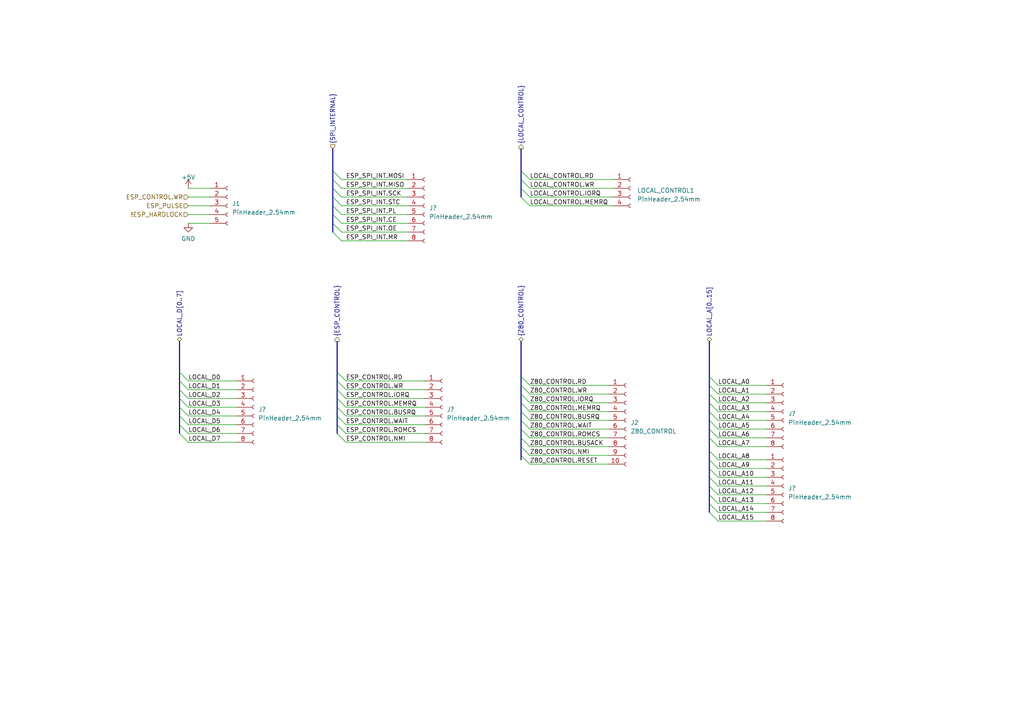
<source format=kicad_sch>
(kicad_sch (version 20230121) (generator eeschema)
  (paper "A4")
  (lib_symbols
    (symbol "Connector:Conn_01x04_Socket" (pin_names (offset 1.016) hide)
      (property "Reference" "J" (at 0 5.08 0))
      (property "Value" "Conn_01x04_Socket" (at 0 -7.62 0))
      (symbol "Conn_01x04_Socket_1_1"
        (arc (start 0 -4.572) (mid -0.5058 -5.08) (end 0 -5.588) (stroke (width 0.1524)))
        (arc (start 0 -2.032) (mid -0.5058 -2.54) (end 0 -3.048) (stroke (width 0.1524)))
        (polyline (pts (xy -1.27 -5.08) (xy -0.508 -5.08)) (stroke (width 0.1524)))
        (polyline (pts (xy -1.27 -2.54) (xy -0.508 -2.54)) (stroke (width 0.1524)))
        (polyline (pts (xy -1.27 0) (xy -0.508 0)) (stroke (width 0.1524)))
        (polyline (pts (xy -1.27 2.54) (xy -0.508 2.54)) (stroke (width 0.1524)))
        (arc (start 0 0.508) (mid -0.5058 0) (end 0 -0.508) (stroke (width 0.1524)))
        (arc (start 0 3.048) (mid -0.5058 2.54) (end 0 2.032) (stroke (width 0.1524)))
        (pin passive line (at -5.08 2.54 0) (length 3.81) (name "Pin_1") (number "1"))
        (pin passive line (at -5.08 0 0) (length 3.81) (name "Pin_2") (number "2"))
        (pin passive line (at -5.08 -2.54 0) (length 3.81) (name "Pin_3") (number "3"))
        (pin passive line (at -5.08 -5.08 0) (length 3.81) (name "Pin_4") (number "4"))
      )
    )
    (symbol "Connector:Conn_01x05_Socket" (pin_names (offset 1.016) hide)
      (property "Reference" "J" (at 0 7.62 0))
      (property "Value" "Conn_01x05_Socket" (at 0 -7.62 0))
      (symbol "Conn_01x05_Socket_1_1"
        (arc (start 0 -4.572) (mid -0.5058 -5.08) (end 0 -5.588) (stroke (width 0.1524)))
        (arc (start 0 -2.032) (mid -0.5058 -2.54) (end 0 -3.048) (stroke (width 0.1524)))
        (polyline (pts (xy -1.27 -5.08) (xy -0.508 -5.08)) (stroke (width 0.1524)))
        (polyline (pts (xy -1.27 -2.54) (xy -0.508 -2.54)) (stroke (width 0.1524)))
        (polyline (pts (xy -1.27 0) (xy -0.508 0)) (stroke (width 0.1524)))
        (polyline (pts (xy -1.27 2.54) (xy -0.508 2.54)) (stroke (width 0.1524)))
        (polyline (pts (xy -1.27 5.08) (xy -0.508 5.08)) (stroke (width 0.1524)))
        (arc (start 0 0.508) (mid -0.5058 0) (end 0 -0.508) (stroke (width 0.1524)))
        (arc (start 0 3.048) (mid -0.5058 2.54) (end 0 2.032) (stroke (width 0.1524)))
        (arc (start 0 5.588) (mid -0.5058 5.08) (end 0 4.572) (stroke (width 0.1524)))
        (pin passive line (at -5.08 5.08 0) (length 3.81) (name "Pin_1") (number "1"))
        (pin passive line (at -5.08 2.54 0) (length 3.81) (name "Pin_2") (number "2"))
        (pin passive line (at -5.08 0 0) (length 3.81) (name "Pin_3") (number "3"))
        (pin passive line (at -5.08 -2.54 0) (length 3.81) (name "Pin_4") (number "4"))
        (pin passive line (at -5.08 -5.08 0) (length 3.81) (name "Pin_5") (number "5"))
      )
    )
    (symbol "Connector:Conn_01x08_Socket" (pin_names (offset 1.016) hide)
      (property "Reference" "J" (at 0 10.16 0))
      (property "Value" "Conn_01x08_Socket" (at 0 -12.7 0))
      (symbol "Conn_01x08_Socket_1_1"
        (arc (start 0 -9.652) (mid -0.5058 -10.16) (end 0 -10.668) (stroke (width 0.1524)))
        (arc (start 0 -7.112) (mid -0.5058 -7.62) (end 0 -8.128) (stroke (width 0.1524)))
        (arc (start 0 -4.572) (mid -0.5058 -5.08) (end 0 -5.588) (stroke (width 0.1524)))
        (arc (start 0 -2.032) (mid -0.5058 -2.54) (end 0 -3.048) (stroke (width 0.1524)))
        (polyline (pts (xy -1.27 -10.16) (xy -0.508 -10.16)) (stroke (width 0.1524)))
        (polyline (pts (xy -1.27 -7.62) (xy -0.508 -7.62)) (stroke (width 0.1524)))
        (polyline (pts (xy -1.27 -5.08) (xy -0.508 -5.08)) (stroke (width 0.1524)))
        (polyline (pts (xy -1.27 -2.54) (xy -0.508 -2.54)) (stroke (width 0.1524)))
        (polyline (pts (xy -1.27 0) (xy -0.508 0)) (stroke (width 0.1524)))
        (polyline (pts (xy -1.27 2.54) (xy -0.508 2.54)) (stroke (width 0.1524)))
        (polyline (pts (xy -1.27 5.08) (xy -0.508 5.08)) (stroke (width 0.1524)))
        (polyline (pts (xy -1.27 7.62) (xy -0.508 7.62)) (stroke (width 0.1524)))
        (arc (start 0 0.508) (mid -0.5058 0) (end 0 -0.508) (stroke (width 0.1524)))
        (arc (start 0 3.048) (mid -0.5058 2.54) (end 0 2.032) (stroke (width 0.1524)))
        (arc (start 0 5.588) (mid -0.5058 5.08) (end 0 4.572) (stroke (width 0.1524)))
        (arc (start 0 8.128) (mid -0.5058 7.62) (end 0 7.112) (stroke (width 0.1524)))
        (pin passive line (at -5.08 7.62 0) (length 3.81) (name "Pin_1") (number "1"))
        (pin passive line (at -5.08 5.08 0) (length 3.81) (name "Pin_2") (number "2"))
        (pin passive line (at -5.08 2.54 0) (length 3.81) (name "Pin_3") (number "3"))
        (pin passive line (at -5.08 0 0) (length 3.81) (name "Pin_4") (number "4"))
        (pin passive line (at -5.08 -2.54 0) (length 3.81) (name "Pin_5") (number "5"))
        (pin passive line (at -5.08 -5.08 0) (length 3.81) (name "Pin_6") (number "6"))
        (pin passive line (at -5.08 -7.62 0) (length 3.81) (name "Pin_7") (number "7"))
        (pin passive line (at -5.08 -10.16 0) (length 3.81) (name "Pin_8") (number "8"))
      )
    )
    (symbol "Connector:Conn_01x10_Socket" (pin_names (offset 1.016) hide)
      (property "Reference" "J" (at 0 12.7 0))
      (property "Value" "Conn_01x10_Socket" (at 0 -15.24 0))
      (symbol "Conn_01x10_Socket_1_1"
        (arc (start 0 -12.192) (mid -0.5058 -12.7) (end 0 -13.208) (stroke (width 0.1524)))
        (arc (start 0 -9.652) (mid -0.5058 -10.16) (end 0 -10.668) (stroke (width 0.1524)))
        (arc (start 0 -7.112) (mid -0.5058 -7.62) (end 0 -8.128) (stroke (width 0.1524)))
        (arc (start 0 -4.572) (mid -0.5058 -5.08) (end 0 -5.588) (stroke (width 0.1524)))
        (arc (start 0 -2.032) (mid -0.5058 -2.54) (end 0 -3.048) (stroke (width 0.1524)))
        (polyline (pts (xy -1.27 -12.7) (xy -0.508 -12.7)) (stroke (width 0.1524)))
        (polyline (pts (xy -1.27 -10.16) (xy -0.508 -10.16)) (stroke (width 0.1524)))
        (polyline (pts (xy -1.27 -7.62) (xy -0.508 -7.62)) (stroke (width 0.1524)))
        (polyline (pts (xy -1.27 -5.08) (xy -0.508 -5.08)) (stroke (width 0.1524)))
        (polyline (pts (xy -1.27 -2.54) (xy -0.508 -2.54)) (stroke (width 0.1524)))
        (polyline (pts (xy -1.27 0) (xy -0.508 0)) (stroke (width 0.1524)))
        (polyline (pts (xy -1.27 2.54) (xy -0.508 2.54)) (stroke (width 0.1524)))
        (polyline (pts (xy -1.27 5.08) (xy -0.508 5.08)) (stroke (width 0.1524)))
        (polyline (pts (xy -1.27 7.62) (xy -0.508 7.62)) (stroke (width 0.1524)))
        (polyline (pts (xy -1.27 10.16) (xy -0.508 10.16)) (stroke (width 0.1524)))
        (arc (start 0 0.508) (mid -0.5058 0) (end 0 -0.508) (stroke (width 0.1524)))
        (arc (start 0 3.048) (mid -0.5058 2.54) (end 0 2.032) (stroke (width 0.1524)))
        (arc (start 0 5.588) (mid -0.5058 5.08) (end 0 4.572) (stroke (width 0.1524)))
        (arc (start 0 8.128) (mid -0.5058 7.62) (end 0 7.112) (stroke (width 0.1524)))
        (arc (start 0 10.668) (mid -0.5058 10.16) (end 0 9.652) (stroke (width 0.1524)))
        (pin passive line (at -5.08 10.16 0) (length 3.81) (name "Pin_1") (number "1"))
        (pin passive line (at -5.08 -12.7 0) (length 3.81) (name "Pin_10") (number "10"))
        (pin passive line (at -5.08 7.62 0) (length 3.81) (name "Pin_2") (number "2"))
        (pin passive line (at -5.08 5.08 0) (length 3.81) (name "Pin_3") (number "3"))
        (pin passive line (at -5.08 2.54 0) (length 3.81) (name "Pin_4") (number "4"))
        (pin passive line (at -5.08 0 0) (length 3.81) (name "Pin_5") (number "5"))
        (pin passive line (at -5.08 -2.54 0) (length 3.81) (name "Pin_6") (number "6"))
        (pin passive line (at -5.08 -5.08 0) (length 3.81) (name "Pin_7") (number "7"))
        (pin passive line (at -5.08 -7.62 0) (length 3.81) (name "Pin_8") (number "8"))
        (pin passive line (at -5.08 -10.16 0) (length 3.81) (name "Pin_9") (number "9"))
      )
    )
    (symbol "power:+5V" (power) (pin_names (offset 0))
      (property "Value" "+5V" (at 0 3.556 0))
      (symbol "+5V_0_1"
        (polyline (pts (xy -0.762 1.27) (xy 0 2.54)))
        (polyline (pts (xy 0 0) (xy 0 2.54)))
        (polyline (pts (xy 0 2.54) (xy 0.762 1.27)))
      )
      (symbol "+5V_1_1"
        (pin power_in line (at 0 0 90) (length 0) hide (name "+5V") (number "1"))
      )
    )
    (symbol "power:GND" (power) (pin_names (offset 0))
      (property "Value" "GND" (at 0 -3.81 0))
      (symbol "GND_0_1"
        (polyline (pts (xy 0 0) (xy 0 -1.27) (xy 1.27 -1.27) (xy 0 -2.54) (xy -1.27 -1.27) (xy 0 -1.27)))
      )
      (symbol "GND_1_1"
        (pin power_in line (at 0 0 270) (length 0) hide (name "GND") (number "1"))
      )
    )
  )
  (bus_entry (at 205.74 143.51) (size 2.54 2.54))
  (bus_entry (at 52.07 110.49) (size 2.54 2.54))
  (bus_entry (at 96.52 59.69) (size 2.54 2.54))
  (bus_entry (at 97.79 118.11) (size 2.54 2.54))
  (bus_entry (at 151.13 129.54) (size 2.54 2.54))
  (bus_entry (at 52.07 107.95) (size 2.54 2.54))
  (bus_entry (at 97.79 113.03) (size 2.54 2.54))
  (bus_entry (at 151.13 127) (size 2.54 2.54))
  (bus_entry (at 96.52 52.07) (size 2.54 2.54))
  (bus_entry (at 205.74 121.92) (size 2.54 2.54))
  (bus_entry (at 97.79 115.57) (size 2.54 2.54))
  (bus_entry (at 205.74 114.3) (size 2.54 2.54))
  (bus_entry (at 96.52 62.23) (size 2.54 2.54))
  (bus_entry (at 151.13 57.15) (size 2.54 2.54))
  (bus_entry (at 52.07 118.11) (size 2.54 2.54))
  (bus_entry (at 151.13 116.84) (size 2.54 2.54))
  (bus_entry (at 151.13 124.46) (size 2.54 2.54))
  (bus_entry (at 96.52 49.53) (size 2.54 2.54))
  (bus_entry (at 205.74 146.05) (size 2.54 2.54))
  (bus_entry (at 151.13 54.61) (size 2.54 2.54))
  (bus_entry (at 52.07 123.19) (size 2.54 2.54))
  (bus_entry (at 52.07 125.73) (size 2.54 2.54))
  (bus_entry (at 97.79 107.95) (size 2.54 2.54))
  (bus_entry (at 205.74 124.46) (size 2.54 2.54))
  (bus_entry (at 205.74 130.81) (size 2.54 2.54))
  (bus_entry (at 205.74 116.84) (size 2.54 2.54))
  (bus_entry (at 205.74 119.38) (size 2.54 2.54))
  (bus_entry (at 96.52 57.15) (size 2.54 2.54))
  (bus_entry (at 96.52 64.77) (size 2.54 2.54))
  (bus_entry (at 151.13 111.76) (size 2.54 2.54))
  (bus_entry (at 151.13 109.22) (size 2.54 2.54))
  (bus_entry (at 52.07 115.57) (size 2.54 2.54))
  (bus_entry (at 151.13 52.07) (size 2.54 2.54))
  (bus_entry (at 96.52 67.31) (size 2.54 2.54))
  (bus_entry (at 52.07 113.03) (size 2.54 2.54))
  (bus_entry (at 151.13 121.92) (size 2.54 2.54))
  (bus_entry (at 151.13 49.53) (size 2.54 2.54))
  (bus_entry (at 205.74 148.59) (size 2.54 2.54))
  (bus_entry (at 52.07 120.65) (size 2.54 2.54))
  (bus_entry (at 205.74 135.89) (size 2.54 2.54))
  (bus_entry (at 205.74 140.97) (size 2.54 2.54))
  (bus_entry (at 151.13 132.08) (size 2.54 2.54))
  (bus_entry (at 97.79 120.65) (size 2.54 2.54))
  (bus_entry (at 96.52 54.61) (size 2.54 2.54))
  (bus_entry (at 205.74 127) (size 2.54 2.54))
  (bus_entry (at 97.79 110.49) (size 2.54 2.54))
  (bus_entry (at 205.74 109.22) (size 2.54 2.54))
  (bus_entry (at 205.74 111.76) (size 2.54 2.54))
  (bus_entry (at 205.74 133.35) (size 2.54 2.54))
  (bus_entry (at 151.13 114.3) (size 2.54 2.54))
  (bus_entry (at 97.79 123.19) (size 2.54 2.54))
  (bus_entry (at 97.79 125.73) (size 2.54 2.54))
  (bus_entry (at 151.13 119.38) (size 2.54 2.54))
  (bus_entry (at 205.74 138.43) (size 2.54 2.54))
  (bus (pts (xy 151.13 49.53) (xy 151.13 52.07)))
  (wire (pts (xy 153.67 119.38) (xy 176.53 119.38)))
  (bus (pts (xy 97.79 120.65) (xy 97.79 123.19)))
  (wire (pts (xy 222.25 135.89) (xy 208.28 135.89)))
  (bus (pts (xy 151.13 52.07) (xy 151.13 54.61)))
  (bus (pts (xy 151.13 114.3) (xy 151.13 111.76)))
  (bus (pts (xy 205.74 140.97) (xy 205.74 143.51)))
  (wire (pts (xy 176.53 129.54) (xy 153.67 129.54)))
  (bus (pts (xy 96.52 62.23) (xy 96.52 64.77)))
  (wire (pts (xy 222.25 138.43) (xy 208.28 138.43)))
  (bus (pts (xy 151.13 127) (xy 151.13 129.54)))
  (bus (pts (xy 97.79 110.49) (xy 97.79 113.03)))
  (bus (pts (xy 205.74 111.76) (xy 205.74 114.3)))
  (wire (pts (xy 99.06 52.07) (xy 118.11 52.07)))
  (wire (pts (xy 176.53 132.08) (xy 153.67 132.08)))
  (bus (pts (xy 205.74 109.22) (xy 205.74 111.76)))
  (bus (pts (xy 205.74 116.84) (xy 205.74 119.38)))
  (wire (pts (xy 99.06 64.77) (xy 118.11 64.77)))
  (bus (pts (xy 52.07 99.06) (xy 52.07 107.95)))
  (bus (pts (xy 52.07 110.49) (xy 52.07 113.03)))
  (bus (pts (xy 96.52 57.15) (xy 96.52 59.69)))
  (wire (pts (xy 222.25 119.38) (xy 208.28 119.38)))
  (bus (pts (xy 151.13 121.92) (xy 151.13 119.38)))
  (wire (pts (xy 100.33 118.11) (xy 123.19 118.11)))
  (bus (pts (xy 205.74 133.35) (xy 205.74 135.89)))
  (bus (pts (xy 96.52 54.61) (xy 96.52 57.15)))
  (wire (pts (xy 222.25 143.51) (xy 208.28 143.51)))
  (bus (pts (xy 52.07 118.11) (xy 52.07 120.65)))
  (wire (pts (xy 68.58 123.19) (xy 54.61 123.19)))
  (bus (pts (xy 151.13 121.92) (xy 151.13 124.46)))
  (bus (pts (xy 151.13 43.18) (xy 151.13 49.53)))
  (wire (pts (xy 222.25 124.46) (xy 208.28 124.46)))
  (bus (pts (xy 151.13 109.22) (xy 151.13 99.06)))
  (bus (pts (xy 151.13 111.76) (xy 151.13 109.22)))
  (wire (pts (xy 222.25 133.35) (xy 208.28 133.35)))
  (wire (pts (xy 123.19 125.73) (xy 100.33 125.73)))
  (bus (pts (xy 97.79 123.19) (xy 97.79 125.73)))
  (bus (pts (xy 205.74 119.38) (xy 205.74 121.92)))
  (bus (pts (xy 205.74 127) (xy 205.74 130.81)))
  (bus (pts (xy 97.79 113.03) (xy 97.79 115.57)))
  (wire (pts (xy 100.33 113.03) (xy 123.19 113.03)))
  (wire (pts (xy 68.58 113.03) (xy 54.61 113.03)))
  (wire (pts (xy 100.33 120.65) (xy 123.19 120.65)))
  (wire (pts (xy 222.25 140.97) (xy 208.28 140.97)))
  (wire (pts (xy 54.61 62.23) (xy 60.96 62.23)))
  (wire (pts (xy 176.53 114.3) (xy 153.67 114.3)))
  (wire (pts (xy 54.61 54.61) (xy 60.96 54.61)))
  (wire (pts (xy 123.19 128.27) (xy 100.33 128.27)))
  (wire (pts (xy 222.25 114.3) (xy 208.28 114.3)))
  (bus (pts (xy 205.74 135.89) (xy 205.74 138.43)))
  (wire (pts (xy 54.61 57.15) (xy 60.96 57.15)))
  (wire (pts (xy 68.58 115.57) (xy 54.61 115.57)))
  (bus (pts (xy 96.52 64.77) (xy 96.52 67.31)))
  (wire (pts (xy 68.58 120.65) (xy 54.61 120.65)))
  (wire (pts (xy 222.25 146.05) (xy 208.28 146.05)))
  (bus (pts (xy 205.74 130.81) (xy 205.74 133.35)))
  (bus (pts (xy 151.13 124.46) (xy 151.13 127)))
  (bus (pts (xy 205.74 121.92) (xy 205.74 124.46)))
  (bus (pts (xy 205.74 99.06) (xy 205.74 109.22)))
  (wire (pts (xy 222.25 129.54) (xy 208.28 129.54)))
  (wire (pts (xy 153.67 54.61) (xy 177.8 54.61)))
  (bus (pts (xy 205.74 143.51) (xy 205.74 146.05)))
  (bus (pts (xy 52.07 123.19) (xy 52.07 125.73)))
  (wire (pts (xy 153.67 57.15) (xy 177.8 57.15)))
  (wire (pts (xy 153.67 59.69) (xy 177.8 59.69)))
  (wire (pts (xy 68.58 110.49) (xy 54.61 110.49)))
  (wire (pts (xy 176.53 111.76) (xy 153.67 111.76)))
  (wire (pts (xy 222.25 121.92) (xy 208.28 121.92)))
  (bus (pts (xy 97.79 118.11) (xy 97.79 120.65)))
  (wire (pts (xy 153.67 127) (xy 176.53 127)))
  (bus (pts (xy 151.13 116.84) (xy 151.13 114.3)))
  (wire (pts (xy 99.06 67.31) (xy 118.11 67.31)))
  (bus (pts (xy 151.13 132.08) (xy 151.13 133.35)))
  (bus (pts (xy 96.52 49.53) (xy 96.52 52.07)))
  (wire (pts (xy 123.19 123.19) (xy 100.33 123.19)))
  (bus (pts (xy 151.13 54.61) (xy 151.13 57.15)))
  (wire (pts (xy 99.06 54.61) (xy 118.11 54.61)))
  (bus (pts (xy 96.52 43.18) (xy 96.52 49.53)))
  (wire (pts (xy 153.67 52.07) (xy 177.8 52.07)))
  (wire (pts (xy 222.25 151.13) (xy 208.28 151.13)))
  (wire (pts (xy 176.53 121.92) (xy 153.67 121.92)))
  (wire (pts (xy 176.53 124.46) (xy 153.67 124.46)))
  (bus (pts (xy 151.13 119.38) (xy 151.13 116.84)))
  (bus (pts (xy 205.74 124.46) (xy 205.74 127)))
  (bus (pts (xy 97.79 107.95) (xy 97.79 110.49)))
  (wire (pts (xy 100.33 115.57) (xy 123.19 115.57)))
  (wire (pts (xy 99.06 57.15) (xy 118.11 57.15)))
  (wire (pts (xy 222.25 116.84) (xy 208.28 116.84)))
  (bus (pts (xy 205.74 146.05) (xy 205.74 148.59)))
  (bus (pts (xy 151.13 129.54) (xy 151.13 132.08)))
  (bus (pts (xy 52.07 115.57) (xy 52.07 118.11)))
  (bus (pts (xy 97.79 99.06) (xy 97.79 107.95)))
  (bus (pts (xy 52.07 107.95) (xy 52.07 110.49)))
  (wire (pts (xy 153.67 134.62) (xy 176.53 134.62)))
  (wire (pts (xy 222.25 127) (xy 208.28 127)))
  (wire (pts (xy 54.61 64.77) (xy 60.96 64.77)))
  (wire (pts (xy 68.58 128.27) (xy 54.61 128.27)))
  (bus (pts (xy 52.07 120.65) (xy 52.07 123.19)))
  (wire (pts (xy 222.25 148.59) (xy 208.28 148.59)))
  (wire (pts (xy 54.61 59.69) (xy 60.96 59.69)))
  (wire (pts (xy 99.06 62.23) (xy 118.11 62.23)))
  (wire (pts (xy 68.58 125.73) (xy 54.61 125.73)))
  (bus (pts (xy 97.79 115.57) (xy 97.79 118.11)))
  (wire (pts (xy 100.33 110.49) (xy 123.19 110.49)))
  (wire (pts (xy 222.25 111.76) (xy 208.28 111.76)))
  (bus (pts (xy 96.52 52.07) (xy 96.52 54.61)))
  (wire (pts (xy 176.53 116.84) (xy 153.67 116.84)))
  (wire (pts (xy 99.06 69.85) (xy 118.11 69.85)))
  (bus (pts (xy 205.74 114.3) (xy 205.74 116.84)))
  (bus (pts (xy 205.74 138.43) (xy 205.74 140.97)))
  (bus (pts (xy 96.52 59.69) (xy 96.52 62.23)))
  (wire (pts (xy 99.06 59.69) (xy 118.11 59.69)))
  (bus (pts (xy 52.07 113.03) (xy 52.07 115.57)))
  (wire (pts (xy 68.58 118.11) (xy 54.61 118.11)))
  (label "ESP_SPI_INT.MR" (at 100.33 69.85 0))
  (label "LOCAL_A8" (at 208.28 133.35 0))
  (label "ESP_SPI_INT.MISO" (at 100.33 54.61 0))
  (label "LOCAL_D3" (at 54.61 118.11 0))
  (label "LOCAL_A11" (at 208.28 140.97 0))
  (label "LOCAL_A3" (at 208.28 119.38 0))
  (label "LOCAL_A10" (at 208.28 138.43 0))
  (label "Z80_CONTROL.RESET" (at 153.67 134.62 0))
  (label "Z80_CONTROL.WAIT" (at 153.67 124.46 0))
  (label "LOCAL_D0" (at 54.61 110.49 0))
  (label "LOCAL_A0" (at 208.28 111.76 0))
  (label "ESP_CONTROL.WAIT" (at 100.33 123.19 0))
  (label "Z80_CONTROL.ROMCS" (at 153.67 127 0))
  (label "ESP_SPI_INT.PL" (at 100.33 62.23 0))
  (label "ESP_SPI_INT.SCK" (at 100.33 57.15 0))
  (label "LOCAL_D1" (at 54.61 113.03 0))
  (label "ESP_CONTROL.NMI" (at 100.33 128.27 0))
  (label "ESP_SPI_INT.STC" (at 100.33 59.69 0))
  (label "LOCAL_A1" (at 208.28 114.3 0))
  (label "LOCAL_A2" (at 208.28 116.84 0))
  (label "LOCAL_A14" (at 208.28 148.59 0))
  (label "ESP_CONTROL.WR" (at 100.33 113.03 0))
  (label "ESP_SPI_INT.OE" (at 100.33 67.31 0))
  (label "Z80_CONTROL.BUSRQ" (at 153.67 121.92 0))
  (label "Z80_CONTROL.NMI" (at 153.67 132.08 0))
  (label "LOCAL_CONTROL.IORQ" (at 153.67 57.15 0))
  (label "Z80_CONTROL.MEMRQ" (at 153.67 119.38 0))
  (label "ESP_CONTROL.MEMRQ" (at 100.33 118.11 0))
  (label "ESP_CONTROL.IORQ" (at 100.33 115.57 0))
  (label "LOCAL_D4" (at 54.61 120.65 0))
  (label "LOCAL_A9" (at 208.28 135.89 0))
  (label "ESP_CONTROL.ROMCS" (at 100.33 125.73 0))
  (label "ESP_SPI_INT.MOSI" (at 100.33 52.07 0))
  (label "LOCAL_A4" (at 208.28 121.92 0))
  (label "LOCAL_D6" (at 54.61 125.73 0))
  (label "LOCAL_D2" (at 54.61 115.57 0))
  (label "Z80_CONTROL.BUSACK" (at 153.67 129.54 0))
  (label "LOCAL_A13" (at 208.28 146.05 0))
  (label "Z80_CONTROL.RD" (at 153.67 111.76 0))
  (label "LOCAL_D5" (at 54.61 123.19 0))
  (label "LOCAL_CONTROL.RD" (at 153.67 52.07 0))
  (label "LOCAL_CONTROL.MEMRQ" (at 153.67 59.69 0))
  (label "LOCAL_A6" (at 208.28 127 0))
  (label "ESP_CONTROL.RD" (at 100.33 110.49 0))
  (label "Z80_CONTROL.WR" (at 153.67 114.3 0))
  (label "Z80_CONTROL.IORQ" (at 153.67 116.84 0))
  (label "LOCAL_A7" (at 208.28 129.54 0))
  (label "LOCAL_D7" (at 54.61 128.27 0))
  (label "LOCAL_A5" (at 208.28 124.46 0))
  (label "LOCAL_A15" (at 208.28 151.13 0))
  (label "LOCAL_CONTROL.WR" (at 153.67 54.61 0))
  (label "ESP_CONTROL.BUSRQ" (at 100.33 120.65 0))
  (label "ESP_SPI_INT.CE" (at 100.33 64.77 0))
  (label "LOCAL_A12" (at 208.28 143.51 0))
  (hierarchical_label "{ESP_CONTROL}" (shape output) (at 97.79 99.06 90))
  (hierarchical_label "{LOCAL_CONTROL}" (shape output) (at 151.13 43.18 90))
  (hierarchical_label "!ESP_HARDLOCK" (shape input) (at 54.61 62.23 180))
  (hierarchical_label "ESP_PULSE" (shape input) (at 54.61 59.69 180))
  (hierarchical_label "LOCAL_A[0..15]" (shape bidirectional) (at 205.74 99.06 90))
  (hierarchical_label "{SPI_INTERNAL}" (shape input) (at 96.52 43.18 90))
  (hierarchical_label "LOCAL_D[0..7]" (shape bidirectional) (at 52.07 99.06 90))
  (hierarchical_label "ESP_CONTROL.WR" (shape input) (at 54.61 57.15 180))
  (hierarchical_label "{Z80_CONTROL}" (shape bidirectional) (at 151.13 99.06 90))
  (symbol (lib_id "power:+5V") (at 54.61 54.61 0) (unit 1)
    (property "Reference" "#PWR020" (effects hide))
    (property "Value" "+5V" (at 54.61 51.435 0))
  )
  (symbol (lib_id "Connector:Conn_01x04_Socket") (at 182.88 54.61 0) (unit 1)
    (property "Reference" "LOCAL_CONTROL1" (at 184.785 55.245 0) (effects (justify left)))
    (property "Value" "PinHeader_2.54mm" (at 184.785 57.785 0) (effects (justify left)))
    (property "Footprint" "Connector_PinHeader_2.54mm:PinHeader_1x04_P2.54mm_Vertical" (effects hide))
  )
  (symbol (lib_id "Connector:Conn_01x05_Socket") (at 66.04 59.69 0) (unit 1)
    (property "Reference" "J1" (at 67.31 59.055 0) (effects (justify left)))
    (property "Value" "PinHeader_2.54mm" (at 67.31 61.595 0) (effects (justify left)))
    (property "Footprint" "Connector_PinHeader_2.54mm:PinHeader_1x05_P2.54mm_Vertical" (effects hide))
  )
  (symbol (lib_id "Connector:Conn_01x08_Socket") (at 73.66 118.11 0) (unit 1)
    (property "Reference" "J?" (at 74.93 118.745 0) (effects (justify left)))
    (property "Value" "PinHeader_2.54mm" (at 74.93 121.285 0) (effects (justify left)))
    (property "Footprint" "Connector_PinHeader_2.54mm:PinHeader_1x08_P2.54mm_Vertical" (effects hide))
    (instances (project "SPI-Z80-BUS_ZXspectrum" (path "" (reference "J?") (unit 1))) (project "FujiNet_Z80Bus_Basic" (path "" (reference "J?") (unit 1))) (project "SPI-Z80-BUS_ZXspectrum_impl" (path "" (reference "J1") (unit 1)) (path "" (reference "J?") (unit 1)) (path "" (reference "LOCAL_D1") (unit 1))))
  )
  (symbol (lib_id "Connector:Conn_01x08_Socket") (at 128.27 118.11 0) (unit 1)
    (property "Reference" "J?" (at 129.54 118.745 0) (effects (justify left)))
    (property "Value" "PinHeader_2.54mm" (at 129.54 121.285 0) (effects (justify left)))
    (property "Footprint" "Connector_PinHeader_2.54mm:PinHeader_1x08_P2.54mm_Vertical" (effects hide))
    (instances (project "SPI-Z80-BUS_ZXspectrum" (path "" (reference "J?") (unit 1))) (project "FujiNet_Z80Bus_Basic" (path "" (reference "J?") (unit 1))) (project "SPI-Z80-BUS_ZXspectrum_impl" (path "" (reference "J5") (unit 1)) (path "" (reference "J?") (unit 1)) (path "" (reference "ESP_CONTROL1") (unit 1))))
  )
  (symbol (lib_id "power:GND") (at 54.61 64.77 0) (unit 1)
    (property "Reference" "#PWR021" (effects hide))
    (property "Value" "GND" (at 54.61 69.215 0))
  )
  (symbol (lib_id "Connector:Conn_01x10_Socket") (at 181.61 121.92 0) (unit 1)
    (property "Reference" "J2" (at 182.88 122.555 0) (effects (justify left)))
    (property "Value" "Z80_CONTROL" (at 182.88 125.095 0) (effects (justify left)))
    (property "Footprint" "Connector_PinHeader_2.54mm:PinHeader_1x10_P2.54mm_Vertical" (effects hide))
  )
  (symbol (lib_id "Connector:Conn_01x08_Socket") (at 227.33 119.38 0) (unit 1)
    (property "Reference" "J?" (at 228.6 120.015 0) (effects (justify left)))
    (property "Value" "PinHeader_2.54mm" (at 228.6 122.555 0) (effects (justify left)))
    (property "Footprint" "Connector_PinHeader_2.54mm:PinHeader_1x08_P2.54mm_Vertical" (effects hide))
    (instances (project "SPI-Z80-BUS_ZXspectrum" (path "" (reference "J?") (unit 1))) (project "FujiNet_Z80Bus_Basic" (path "" (reference "J?") (unit 1))) (project "SPI-Z80-BUS_ZXspectrum_impl" (path "" (reference "J2") (unit 1)) (path "" (reference "J?") (unit 1)) (path "" (reference "LOCAL_ADDR-L1") (unit 1))))
  )
  (symbol (lib_id "Connector:Conn_01x08_Socket") (at 227.33 140.97 0) (unit 1)
    (property "Reference" "J?" (at 228.6 141.605 0) (effects (justify left)))
    (property "Value" "PinHeader_2.54mm" (at 228.6 144.145 0) (effects (justify left)))
    (property "Footprint" "Connector_PinHeader_2.54mm:PinHeader_1x08_P2.54mm_Vertical" (effects hide))
    (instances (project "SPI-Z80-BUS_ZXspectrum" (path "" (reference "J?") (unit 1))) (project "FujiNet_Z80Bus_Basic" (path "" (reference "J?") (unit 1))) (project "SPI-Z80-BUS_ZXspectrum_impl" (path "" (reference "J3") (unit 1)) (path "" (reference "J?") (unit 1)) (path "" (reference "LOCAL_ADDR-L2") (unit 1))))
  )
  (symbol (lib_id "Connector:Conn_01x08_Socket") (at 123.19 59.69 0) (unit 1)
    (property "Reference" "J?" (at 124.46 60.325 0) (effects (justify left)))
    (property "Value" "PinHeader_2.54mm" (at 124.46 62.865 0) (effects (justify left)))
    (property "Footprint" "Connector_PinHeader_2.54mm:PinHeader_1x08_P2.54mm_Vertical" (effects hide))
    (instances (project "SPI-Z80-BUS_ZXspectrum" (path "" (reference "J?") (unit 1))) (project "FujiNet_Z80Bus_Basic" (path "" (reference "J?") (unit 1))) (project "SPI-Z80-BUS_ZXspectrum_impl" (path "" (reference "J5") (unit 1)) (path "" (reference "J?") (unit 1)) (path "" (reference "SPI_INTERNAL1") (unit 1))))
  )
)
</source>
